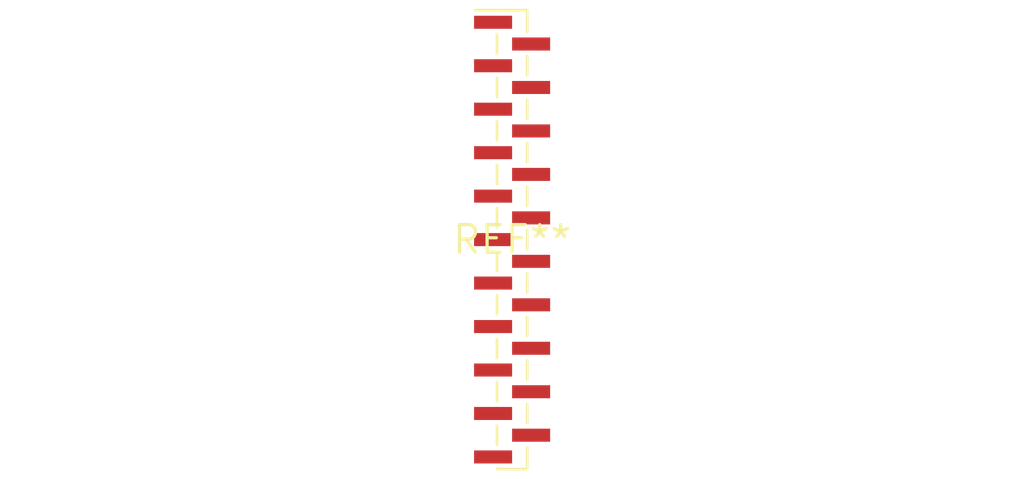
<source format=kicad_pcb>
(kicad_pcb (version 20240108) (generator pcbnew)
  (layers (0 "F.Cu" signal) (31 "B.Cu" signal) (34 "B.Paste" user) (35 "F.Paste" user) (36 "B.SilkS" user "B.Silkscreen") (37 "F.SilkS" user "F.Silkscreen") (38 "B.Mask" user) (39 "F.Mask" user) (44 "Edge.Cuts" user))
  (net 0 "")
  (footprint "PinHeader_1x21_P1.00mm_Vertical_SMD_Pin1Left" (layer "F.Cu") (at 0 0)
    (property "Reference" "REF**")
    (property "Value" "PinHeader_1x21_P1.00mm_Vertical_SMD_Pin1Left")
    (fp_line (start -0.695 -10.56) (end -1.69 -10.56) (layer "F.SilkS") (stroke (width 0.12)))
    (fp_line (start -0.695 -10.56) (end -0.695 -10.56) (layer "F.SilkS") (stroke (width 0.12)))
    (fp_line (start -0.695 -10.56) (end 0.695 -10.56) (layer "F.SilkS") (stroke (width 0.12)))
    (fp_line (start -0.695 -9.44) (end -0.695 -8.56) (layer "F.SilkS") (stroke (width 0.12)))
    (fp_line (start -0.695 -7.44) (end -0.695 -6.56) (layer "F.SilkS") (stroke (width 0.12)))
    (fp_line (start -0.695 -5.44) (end -0.695 -4.56) (layer "F.SilkS") (stroke (width 0.12)))
    (fp_line (start -0.695 -3.44) (end -0.695 -2.56) (layer "F.SilkS") (stroke (width 0.12)))
    (fp_line (start -0.695 -1.44) (end -0.695 -0.56) (layer "F.SilkS") (stroke (width 0.12)))
    (fp_line (start -0.695 0.56) (end -0.695 1.44) (layer "F.SilkS") (stroke (width 0.12)))
    (fp_line (start -0.695 2.56) (end -0.695 3.44) (layer "F.SilkS") (stroke (width 0.12)))
    (fp_line (start -0.695 4.56) (end -0.695 5.44) (layer "F.SilkS") (stroke (width 0.12)))
    (fp_line (start -0.695 6.56) (end -0.695 7.44) (layer "F.SilkS") (stroke (width 0.12)))
    (fp_line (start -0.695 8.56) (end -0.695 9.44) (layer "F.SilkS") (stroke (width 0.12)))
    (fp_line (start -0.695 10.56) (end 0.695 10.56) (layer "F.SilkS") (stroke (width 0.12)))
    (fp_line (start 0.695 -10.56) (end 0.695 -9.56) (layer "F.SilkS") (stroke (width 0.12)))
    (fp_line (start 0.695 -8.44) (end 0.695 -7.56) (layer "F.SilkS") (stroke (width 0.12)))
    (fp_line (start 0.695 -6.44) (end 0.695 -5.56) (layer "F.SilkS") (stroke (width 0.12)))
    (fp_line (start 0.695 -4.44) (end 0.695 -3.56) (layer "F.SilkS") (stroke (width 0.12)))
    (fp_line (start 0.695 -2.44) (end 0.695 -1.56) (layer "F.SilkS") (stroke (width 0.12)))
    (fp_line (start 0.695 -0.44) (end 0.695 0.44) (layer "F.SilkS") (stroke (width 0.12)))
    (fp_line (start 0.695 1.56) (end 0.695 2.44) (layer "F.SilkS") (stroke (width 0.12)))
    (fp_line (start 0.695 3.56) (end 0.695 4.44) (layer "F.SilkS") (stroke (width 0.12)))
    (fp_line (start 0.695 5.56) (end 0.695 6.44) (layer "F.SilkS") (stroke (width 0.12)))
    (fp_line (start 0.695 7.56) (end 0.695 8.44) (layer "F.SilkS") (stroke (width 0.12)))
    (fp_line (start 0.695 9.56) (end 0.695 10.56) (layer "F.SilkS") (stroke (width 0.12)))
    (fp_line (start 0.695 10.56) (end 0.695 10.56) (layer "F.SilkS") (stroke (width 0.12)))
    (pad "1" smd rect (at -0.875 -10) (size 1.75 0.6) (layers "F.Cu" "F.Paste" "F.Mask"))
    (pad "2" smd rect (at 0.875 -9) (size 1.75 0.6) (layers "F.Cu" "F.Paste" "F.Mask"))
    (pad "3" smd rect (at -0.875 -8) (size 1.75 0.6) (layers "F.Cu" "F.Paste" "F.Mask"))
    (pad "4" smd rect (at 0.875 -7) (size 1.75 0.6) (layers "F.Cu" "F.Paste" "F.Mask"))
    (pad "5" smd rect (at -0.875 -6) (size 1.75 0.6) (layers "F.Cu" "F.Paste" "F.Mask"))
    (pad "6" smd rect (at 0.875 -5) (size 1.75 0.6) (layers "F.Cu" "F.Paste" "F.Mask"))
    (pad "7" smd rect (at -0.875 -4) (size 1.75 0.6) (layers "F.Cu" "F.Paste" "F.Mask"))
    (pad "8" smd rect (at 0.875 -3) (size 1.75 0.6) (layers "F.Cu" "F.Paste" "F.Mask"))
    (pad "9" smd rect (at -0.875 -2) (size 1.75 0.6) (layers "F.Cu" "F.Paste" "F.Mask"))
    (pad "10" smd rect (at 0.875 -1) (size 1.75 0.6) (layers "F.Cu" "F.Paste" "F.Mask"))
    (pad "11" smd rect (at -0.875 0) (size 1.75 0.6) (layers "F.Cu" "F.Paste" "F.Mask"))
    (pad "12" smd rect (at 0.875 1) (size 1.75 0.6) (layers "F.Cu" "F.Paste" "F.Mask"))
    (pad "13" smd rect (at -0.875 2) (size 1.75 0.6) (layers "F.Cu" "F.Paste" "F.Mask"))
    (pad "14" smd rect (at 0.875 3) (size 1.75 0.6) (layers "F.Cu" "F.Paste" "F.Mask"))
    (pad "15" smd rect (at -0.875 4) (size 1.75 0.6) (layers "F.Cu" "F.Paste" "F.Mask"))
    (pad "16" smd rect (at 0.875 5) (size 1.75 0.6) (layers "F.Cu" "F.Paste" "F.Mask"))
    (pad "17" smd rect (at -0.875 6) (size 1.75 0.6) (layers "F.Cu" "F.Paste" "F.Mask"))
    (pad "18" smd rect (at 0.875 7) (size 1.75 0.6) (layers "F.Cu" "F.Paste" "F.Mask"))
    (pad "19" smd rect (at -0.875 8) (size 1.75 0.6) (layers "F.Cu" "F.Paste" "F.Mask"))
    (pad "20" smd rect (at 0.875 9) (size 1.75 0.6) (layers "F.Cu" "F.Paste" "F.Mask"))
    (pad "21" smd rect (at -0.875 10) (size 1.75 0.6) (layers "F.Cu" "F.Paste" "F.Mask"))
  )
)
</source>
